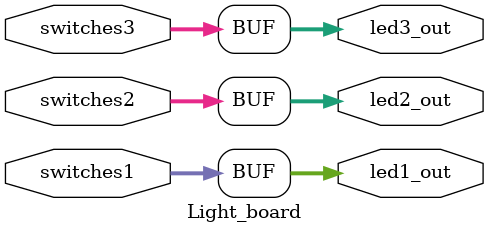
<source format=sv>
module Light_board (
    input [7:0] switches1, switches2, switches3,
    output [7:0] led1_out, led2_out, led3_out
);

    assign led1_out = switches1;
    assign led2_out = switches2;
    assign led3_out = switches3;

endmodule
</source>
